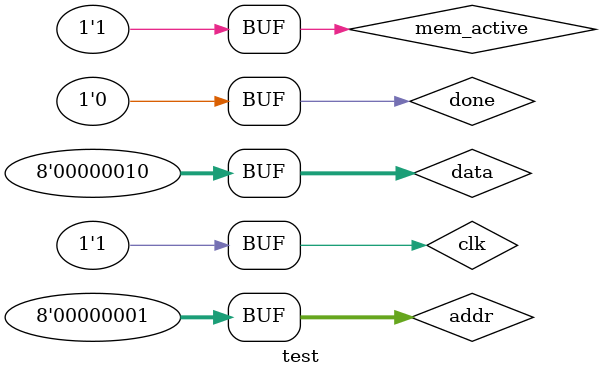
<source format=v>
module test ;
    reg [7:0] addr,data;
    reg done,clk,mem_active;
    wire[7:0] out;

    instReg R(clk,mem_active,addr,data,done,out);

    initial begin
        $dumpfile("GTK.vcd");
        $dumpvars(1,test);
    end

    initial begin
        clk = 0;
        #1 clk = ~clk;
    end


    initial begin
        addr = 8'b00000001; data = 8'b00000110; done = 1; #1 done = 0;
        #1 addr = 8'b00000000; data = 8'b00000010; done = 1; #1 done = 0;
        #1 addr = 8'b00000001; mem_active = 1;
    end
endmodule
</source>
